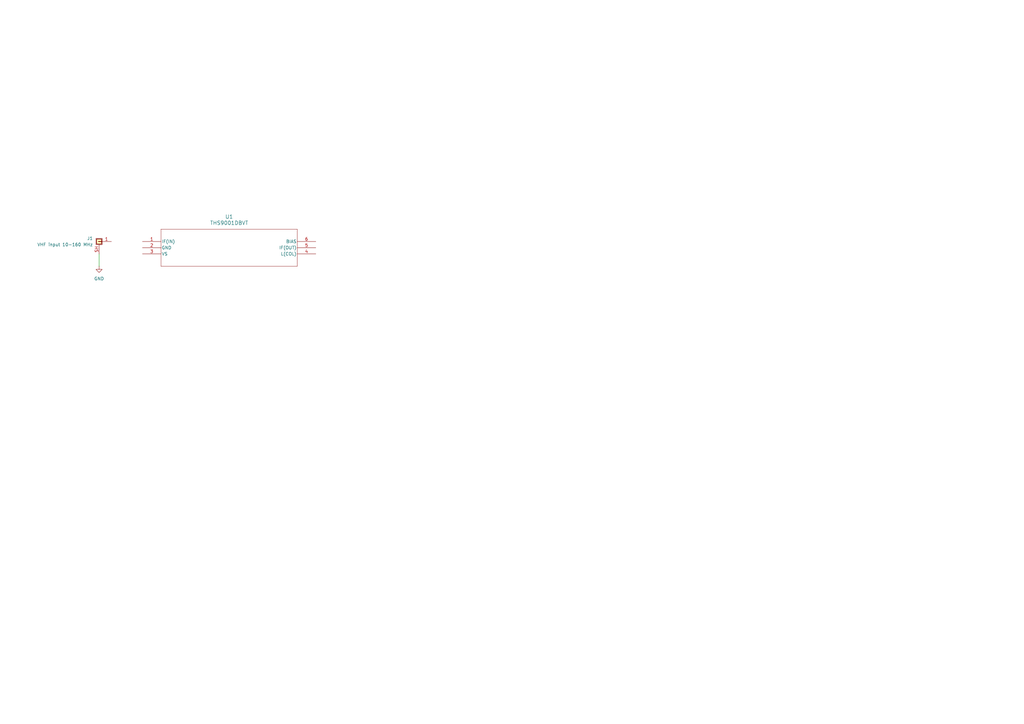
<source format=kicad_sch>
(kicad_sch (version 20231120) (generator "eeschema") (generator_version "8.0")
  (paper "A3")
  (title_block (title "Prescaler based on Jan Soelberg 18461") (rev "1"))
  (lib_symbols
    (symbol "Connector_Generic_Shielded:Conn_01x01_Shielded" (pin_names (offset 1.016) hide)
      (property "Reference" "J" (at 0.254 2.286 0))
      (property "Value" "Conn_01x01_Shielded" (at 1.016 -2.286 0))
      (symbol "Conn_01x01_Shielded_1_1"
        (rectangle (start -1.27 1.27) (end 1.27 -1.27) (stroke (width 0.1524)))
        (rectangle (start -1.016 0.127) (end 0.254 -0.127) (stroke (width 0.1524)))
        (rectangle (start -1.016 1.016) (end 1.016 -1.016) (stroke (width 0.254)) (fill (type background)))
        (pin passive line (at -5.08 0 0) (length 4.064) (name "Pin_1") (number "1"))
        (pin passive line (at 0 -5.08 90) (length 3.81) (name "Shield") (number "SH"))
      )
    )
    (symbol "gos:THS9001DBVT" (pin_names (offset 0.254))
      (property "Reference" "U" (at 35.56 10.16 0))
      (property "Value" "THS9001DBVT" (at 35.56 7.62 0))
      (symbol "THS9001DBVT_0_1"
        (polyline (pts (xy 7.62 -10.16) (xy 63.5 -10.16)) (stroke (width 0.127)))
        (polyline (pts (xy 7.62 5.08) (xy 7.62 -10.16)) (stroke (width 0.127)))
        (polyline (pts (xy 63.5 -10.16) (xy 63.5 5.08)) (stroke (width 0.127)))
        (polyline (pts (xy 63.5 5.08) (xy 7.62 5.08)) (stroke (width 0.127)))
        (pin input line (at 0 0 0) (length 7.62) (name "IF(IN)") (number "1"))
        (pin power_in line (at 0 -2.54 0) (length 7.62) (name "GND") (number "2"))
        (pin power_in line (at 0 -5.08 0) (length 7.62) (name "VS") (number "3"))
        (pin output line (at 71.12 -5.08 180) (length 7.62) (name "L(COL)") (number "4"))
        (pin output line (at 71.12 -2.54 180) (length 7.62) (name "IF(OUT)") (number "5"))
        (pin input line (at 71.12 0 180) (length 7.62) (name "BIAS") (number "6"))
      )
    )
    (symbol "power:GND" (power) (pin_numbers hide) (pin_names (offset 0) hide)
      (property "Value" "GND" (at 0 -3.81 0))
      (symbol "GND_0_1"
        (polyline (pts (xy 0 0) (xy 0 -1.27) (xy 1.27 -1.27) (xy 0 -2.54) (xy -1.27 -1.27) (xy 0 -1.27)))
      )
      (symbol "GND_1_1"
        (pin power_in line (at 0 0 270) (length 0) (name "~") (number "1"))
      )
    )
  )
  (wire (pts (xy 40.64 104.14) (xy 40.64 109.22)))
  (symbol (lib_id "gos:THS9001DBVT") (at 58.42 99.06 0) (unit 1)
    (property "Reference" "U1" (at 93.98 88.9 0) (effects (font (size 1.524 1.524))))
    (property "Value" "THS9001DBVT" (at 93.98 91.44 0) (effects (font (size 1.524 1.524))))
    (property "Footprint" "gos:DBV6" (effects (hide yes)))
    (property "Datasheet" "https://www.ti.com/lit/ds/symlink/ths9001.pdf" (effects (hide yes)))
    (property "Description" "50 MHz to 750 MHz CASCADEABLE AMPLIFIER" (effects (hide yes)))
  )
  (symbol (lib_id "power:GND") (at 40.64 109.22 0) (unit 1)
    (property "Reference" "#PWR01" (effects (hide yes)))
    (property "Value" "GND" (at 40.64 114.3 0))
    (property "Description" "Power symbol creates a global label with name \"GND\" , ground" (effects (hide yes)))
  )
  (symbol (lib_id "Connector_Generic_Shielded:Conn_01x01_Shielded") (at 40.64 99.06 0) (mirror y) (unit 1)
    (property "Reference" "J1" (at 38.1 97.7899 0) (effects (justify left)))
    (property "Value" "VHF input 10-160 MHz" (at 38.1 100.3299 0) (effects (justify left)))
    (property "Description" "Generic shielded connector, single row, 01x01, script generated (kicad-library-utils/schlib/autogen/connector/)" (effects (hide yes)))
  )
)
</source>
